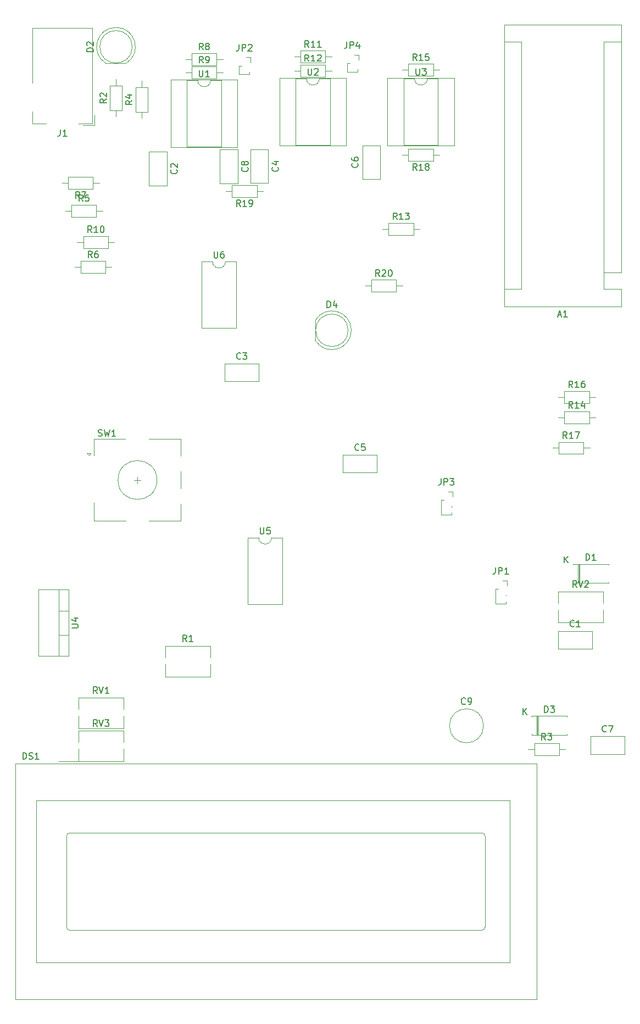
<source format=gbr>
%TF.GenerationSoftware,KiCad,Pcbnew,(5.1.12)-1*%
%TF.CreationDate,2021-12-20T08:39:49-03:00*%
%TF.ProjectId,Control,436f6e74-726f-46c2-9e6b-696361645f70,rev?*%
%TF.SameCoordinates,Original*%
%TF.FileFunction,Legend,Top*%
%TF.FilePolarity,Positive*%
%FSLAX46Y46*%
G04 Gerber Fmt 4.6, Leading zero omitted, Abs format (unit mm)*
G04 Created by KiCad (PCBNEW (5.1.12)-1) date 2021-12-20 08:39:49*
%MOMM*%
%LPD*%
G01*
G04 APERTURE LIST*
%ADD10C,0.120000*%
%ADD11C,0.150000*%
G04 APERTURE END LIST*
D10*
%TO.C,U6*%
X75548000Y-72965000D02*
X73898000Y-72965000D01*
X75548000Y-83245000D02*
X75548000Y-72965000D01*
X70248000Y-83245000D02*
X75548000Y-83245000D01*
X70248000Y-72965000D02*
X70248000Y-83245000D01*
X71898000Y-72965000D02*
X70248000Y-72965000D01*
X73898000Y-72965000D02*
G75*
G02*
X71898000Y-72965000I-1000000J0D01*
G01*
%TO.C,U5*%
X82660000Y-115510000D02*
X81010000Y-115510000D01*
X82660000Y-125790000D02*
X82660000Y-115510000D01*
X77360000Y-125790000D02*
X82660000Y-125790000D01*
X77360000Y-115510000D02*
X77360000Y-125790000D01*
X79010000Y-115510000D02*
X77360000Y-115510000D01*
X81010000Y-115510000D02*
G75*
G02*
X79010000Y-115510000I-1000000J0D01*
G01*
%TO.C,A1*%
X132207000Y-74676000D02*
X132207000Y-77216000D01*
X132207000Y-77216000D02*
X134877000Y-77216000D01*
X134877000Y-74676000D02*
X134877000Y-36446000D01*
X134877000Y-79886000D02*
X134877000Y-77216000D01*
X119507000Y-77216000D02*
X116837000Y-77216000D01*
X119507000Y-77216000D02*
X119507000Y-39116000D01*
X119507000Y-39116000D02*
X116837000Y-39116000D01*
X132207000Y-74676000D02*
X134877000Y-74676000D01*
X132207000Y-74676000D02*
X132207000Y-39116000D01*
X132207000Y-39116000D02*
X134877000Y-39116000D01*
X134877000Y-36446000D02*
X116837000Y-36446000D01*
X116837000Y-36446000D02*
X116837000Y-79886000D01*
X116837000Y-79886000D02*
X134877000Y-79886000D01*
%TO.C,C1*%
X130405001Y-129925001D02*
X130405001Y-132665001D01*
X125165001Y-129925001D02*
X125165001Y-132665001D01*
X125165001Y-132665001D02*
X130405001Y-132665001D01*
X125165001Y-129925001D02*
X130405001Y-129925001D01*
%TO.C,C2*%
X64870000Y-56034000D02*
X64870000Y-61274000D01*
X62130000Y-56034000D02*
X62130000Y-61274000D01*
X64870000Y-56034000D02*
X62130000Y-56034000D01*
X64870000Y-61274000D02*
X62130000Y-61274000D01*
%TO.C,C3*%
X73777001Y-88717001D02*
X79017001Y-88717001D01*
X73777001Y-91457001D02*
X79017001Y-91457001D01*
X73777001Y-88717001D02*
X73777001Y-91457001D01*
X79017001Y-88717001D02*
X79017001Y-91457001D01*
%TO.C,C4*%
X80491000Y-60893000D02*
X77751000Y-60893000D01*
X80491000Y-55653000D02*
X77751000Y-55653000D01*
X77751000Y-55653000D02*
X77751000Y-60893000D01*
X80491000Y-55653000D02*
X80491000Y-60893000D01*
%TO.C,C5*%
X92015000Y-102770000D02*
X97255000Y-102770000D01*
X92015000Y-105510000D02*
X97255000Y-105510000D01*
X92015000Y-102770000D02*
X92015000Y-105510000D01*
X97255000Y-102770000D02*
X97255000Y-105510000D01*
%TO.C,C6*%
X95023000Y-55058000D02*
X97763000Y-55058000D01*
X95023000Y-60298000D02*
X97763000Y-60298000D01*
X97763000Y-60298000D02*
X97763000Y-55058000D01*
X95023000Y-60298000D02*
X95023000Y-55058000D01*
%TO.C,C7*%
X130145001Y-146155001D02*
X135385001Y-146155001D01*
X130145001Y-148895001D02*
X135385001Y-148895001D01*
X130145001Y-146155001D02*
X130145001Y-148895001D01*
X135385001Y-146155001D02*
X135385001Y-148895001D01*
%TO.C,C8*%
X75792000Y-60933000D02*
X73052000Y-60933000D01*
X75792000Y-55693000D02*
X73052000Y-55693000D01*
X73052000Y-55693000D02*
X73052000Y-60933000D01*
X75792000Y-55693000D02*
X75792000Y-60933000D01*
%TO.C,C9*%
X113665001Y-144525001D02*
G75*
G03*
X113665001Y-144525001I-2620000J0D01*
G01*
%TO.C,D1*%
X127475001Y-119705001D02*
X127475001Y-119575001D01*
X127475001Y-119575001D02*
X132915001Y-119575001D01*
X132915001Y-119575001D02*
X132915001Y-119705001D01*
X127475001Y-122385001D02*
X127475001Y-122515001D01*
X127475001Y-122515001D02*
X132915001Y-122515001D01*
X132915001Y-122515001D02*
X132915001Y-122385001D01*
X128375001Y-119575001D02*
X128375001Y-122515001D01*
X128495001Y-119575001D02*
X128495001Y-122515001D01*
X128255001Y-119575001D02*
X128255001Y-122515001D01*
%TO.C,D2*%
X59523000Y-39878000D02*
G75*
G03*
X59523000Y-39878000I-2500000J0D01*
G01*
X55478000Y-42438000D02*
X58568000Y-42438000D01*
X57022538Y-36888000D02*
G75*
G02*
X58567830Y-42438000I462J-2990000D01*
G01*
X57023462Y-36888000D02*
G75*
G03*
X55478170Y-42438000I-462J-2990000D01*
G01*
%TO.C,D3*%
X121865001Y-143005001D02*
X121865001Y-145945001D01*
X122105001Y-143005001D02*
X122105001Y-145945001D01*
X121985001Y-143005001D02*
X121985001Y-145945001D01*
X126525001Y-145945001D02*
X126525001Y-145815001D01*
X121085001Y-145945001D02*
X126525001Y-145945001D01*
X121085001Y-145815001D02*
X121085001Y-145945001D01*
X126525001Y-143005001D02*
X126525001Y-143135001D01*
X121085001Y-143005001D02*
X126525001Y-143005001D01*
X121085001Y-143135001D02*
X121085001Y-143005001D01*
%TO.C,D4*%
X87737000Y-82021000D02*
X87737000Y-85111000D01*
X92797000Y-83566000D02*
G75*
G03*
X92797000Y-83566000I-2500000J0D01*
G01*
X93287000Y-83566462D02*
G75*
G03*
X87737000Y-82021170I-2990000J462D01*
G01*
X93287000Y-83565538D02*
G75*
G02*
X87737000Y-85110830I-2990000J-462D01*
G01*
%TO.C,DS1*%
X41555100Y-186662300D02*
X121835100Y-186662300D01*
X121835100Y-186662300D02*
X121835100Y-150382300D01*
X121835100Y-150382300D02*
X42355100Y-150382300D01*
X41555100Y-150382300D02*
X41555100Y-186662300D01*
X41565100Y-150382300D02*
X42355100Y-150382300D01*
X48195100Y-150022300D02*
X51195100Y-150022300D01*
X49895100Y-161022300D02*
X113395100Y-161022300D01*
X49395380Y-175521620D02*
X49395380Y-161522300D01*
X113395760Y-176022300D02*
X49895100Y-176022300D01*
X113895100Y-161522300D02*
X113895100Y-175522300D01*
X44695100Y-156022300D02*
X117695100Y-156022300D01*
X117695100Y-156022300D02*
X117695100Y-181022300D01*
X117695100Y-181022300D02*
X44695100Y-181022300D01*
X44695100Y-181022300D02*
X44695100Y-156022300D01*
X113895100Y-161522300D02*
G75*
G03*
X113395100Y-161022300I-500000J0D01*
G01*
X113395760Y-176022000D02*
G75*
G03*
X113896140Y-175521620I0J500380D01*
G01*
X49395380Y-175521620D02*
G75*
G03*
X49895760Y-176022000I500380J0D01*
G01*
X49895760Y-161020760D02*
G75*
G03*
X49395380Y-161521140I0J-500380D01*
G01*
%TO.C,J1*%
X44168000Y-45473000D02*
X44168000Y-36973000D01*
X44168000Y-36973000D02*
X53368000Y-36973000D01*
X53368000Y-36973000D02*
X53368000Y-51673000D01*
X46268000Y-51673000D02*
X44168000Y-51673000D01*
X44168000Y-51673000D02*
X44168000Y-49873000D01*
X51968000Y-51973000D02*
X53668000Y-51973000D01*
X53668000Y-51973000D02*
X53668000Y-50373000D01*
X53368000Y-51673000D02*
X51268000Y-51673000D01*
%TO.C,JP1*%
X115535001Y-123425001D02*
X115950001Y-123425001D01*
X115535001Y-123425001D02*
X115535001Y-125735001D01*
X115535001Y-125735001D02*
X117155001Y-125735001D01*
X117155001Y-124370899D02*
X117155001Y-124479103D01*
X117155001Y-125370899D02*
X117155001Y-125735001D01*
X117320001Y-122115001D02*
X117320001Y-122925001D01*
X116635001Y-122115001D02*
X117320001Y-122115001D01*
%TO.C,JP2*%
X77089000Y-41497000D02*
X77774000Y-41497000D01*
X77774000Y-41497000D02*
X77774000Y-42307000D01*
X77609000Y-43752898D02*
X77609000Y-44117000D01*
X75989000Y-44117000D02*
X77609000Y-44117000D01*
X75989000Y-42807000D02*
X75989000Y-44117000D01*
X75989000Y-42807000D02*
X76404000Y-42807000D01*
%TO.C,JP3*%
X108218001Y-108415001D02*
X108903001Y-108415001D01*
X108903001Y-108415001D02*
X108903001Y-109225001D01*
X108738001Y-111670899D02*
X108738001Y-112035001D01*
X108738001Y-110670899D02*
X108738001Y-110779103D01*
X107118001Y-112035001D02*
X108738001Y-112035001D01*
X107118001Y-109725001D02*
X107118001Y-112035001D01*
X107118001Y-109725001D02*
X107533001Y-109725001D01*
%TO.C,JP4*%
X92626000Y-42410000D02*
X93041000Y-42410000D01*
X92626000Y-42410000D02*
X92626000Y-43720000D01*
X92626000Y-43720000D02*
X94246000Y-43720000D01*
X94246000Y-43355898D02*
X94246000Y-43720000D01*
X94411000Y-41100000D02*
X94411000Y-41910000D01*
X93726000Y-41100000D02*
X94411000Y-41100000D01*
%TO.C,R1*%
X71547000Y-134989000D02*
X71547000Y-136953000D01*
X71547000Y-132213000D02*
X71547000Y-133999000D01*
X64597000Y-134989000D02*
X64597000Y-136953000D01*
X64597000Y-132213000D02*
X64597000Y-133999000D01*
X64597000Y-136953000D02*
X71547000Y-136953000D01*
X64597000Y-132213000D02*
X71547000Y-132213000D01*
%TO.C,R2*%
X57023000Y-44882000D02*
X57023000Y-45832000D01*
X57023000Y-50622000D02*
X57023000Y-49672000D01*
X56103000Y-45832000D02*
X56103000Y-49672000D01*
X57943000Y-45832000D02*
X56103000Y-45832000D01*
X57943000Y-49672000D02*
X57943000Y-45832000D01*
X56103000Y-49672000D02*
X57943000Y-49672000D01*
%TO.C,R3*%
X121485001Y-147255001D02*
X121485001Y-149095001D01*
X121485001Y-149095001D02*
X125325001Y-149095001D01*
X125325001Y-149095001D02*
X125325001Y-147255001D01*
X125325001Y-147255001D02*
X121485001Y-147255001D01*
X120535001Y-148175001D02*
X121485001Y-148175001D01*
X126275001Y-148175001D02*
X125325001Y-148175001D01*
%TO.C,R4*%
X60040000Y-49926000D02*
X61880000Y-49926000D01*
X61880000Y-49926000D02*
X61880000Y-46086000D01*
X61880000Y-46086000D02*
X60040000Y-46086000D01*
X60040000Y-46086000D02*
X60040000Y-49926000D01*
X60960000Y-50876000D02*
X60960000Y-49926000D01*
X60960000Y-45136000D02*
X60960000Y-46086000D01*
%TO.C,R5*%
X50150000Y-64231000D02*
X50150000Y-66071000D01*
X50150000Y-66071000D02*
X53990000Y-66071000D01*
X53990000Y-66071000D02*
X53990000Y-64231000D01*
X53990000Y-64231000D02*
X50150000Y-64231000D01*
X49200000Y-65151000D02*
X50150000Y-65151000D01*
X54940000Y-65151000D02*
X53990000Y-65151000D01*
%TO.C,R6*%
X51579001Y-72910001D02*
X51579001Y-74750001D01*
X51579001Y-74750001D02*
X55419001Y-74750001D01*
X55419001Y-74750001D02*
X55419001Y-72910001D01*
X55419001Y-72910001D02*
X51579001Y-72910001D01*
X50629001Y-73830001D02*
X51579001Y-73830001D01*
X56369001Y-73830001D02*
X55419001Y-73830001D01*
%TO.C,R7*%
X48692000Y-60833000D02*
X49642000Y-60833000D01*
X54432000Y-60833000D02*
X53482000Y-60833000D01*
X49642000Y-61753000D02*
X53482000Y-61753000D01*
X49642000Y-59913000D02*
X49642000Y-61753000D01*
X53482000Y-59913000D02*
X49642000Y-59913000D01*
X53482000Y-61753000D02*
X53482000Y-59913000D01*
%TO.C,R8*%
X73482000Y-41783000D02*
X72532000Y-41783000D01*
X67742000Y-41783000D02*
X68692000Y-41783000D01*
X72532000Y-40863000D02*
X68692000Y-40863000D01*
X72532000Y-42703000D02*
X72532000Y-40863000D01*
X68692000Y-42703000D02*
X72532000Y-42703000D01*
X68692000Y-40863000D02*
X68692000Y-42703000D01*
%TO.C,R9*%
X68692000Y-42895000D02*
X68692000Y-44735000D01*
X68692000Y-44735000D02*
X72532000Y-44735000D01*
X72532000Y-44735000D02*
X72532000Y-42895000D01*
X72532000Y-42895000D02*
X68692000Y-42895000D01*
X67742000Y-43815000D02*
X68692000Y-43815000D01*
X73482000Y-43815000D02*
X72532000Y-43815000D01*
%TO.C,R10*%
X56779001Y-69970001D02*
X55829001Y-69970001D01*
X51039001Y-69970001D02*
X51989001Y-69970001D01*
X55829001Y-69050001D02*
X51989001Y-69050001D01*
X55829001Y-70890001D02*
X55829001Y-69050001D01*
X51989001Y-70890001D02*
X55829001Y-70890001D01*
X51989001Y-69050001D02*
X51989001Y-70890001D01*
%TO.C,R11*%
X85456000Y-40482000D02*
X85456000Y-42322000D01*
X85456000Y-42322000D02*
X89296000Y-42322000D01*
X89296000Y-42322000D02*
X89296000Y-40482000D01*
X89296000Y-40482000D02*
X85456000Y-40482000D01*
X84506000Y-41402000D02*
X85456000Y-41402000D01*
X90246000Y-41402000D02*
X89296000Y-41402000D01*
%TO.C,R12*%
X90246000Y-43561000D02*
X89296000Y-43561000D01*
X84506000Y-43561000D02*
X85456000Y-43561000D01*
X89296000Y-42641000D02*
X85456000Y-42641000D01*
X89296000Y-44481000D02*
X89296000Y-42641000D01*
X85456000Y-44481000D02*
X89296000Y-44481000D01*
X85456000Y-42641000D02*
X85456000Y-44481000D01*
%TO.C,RV1*%
X51262000Y-140214000D02*
X58212000Y-140214000D01*
X51262000Y-144954000D02*
X58212000Y-144954000D01*
X51262000Y-140214000D02*
X51262000Y-142000000D01*
X51262000Y-142990000D02*
X51262000Y-144954000D01*
X58212000Y-140214000D02*
X58212000Y-142000000D01*
X58212000Y-142990000D02*
X58212000Y-144954000D01*
%TO.C,RV2*%
X125170001Y-123865001D02*
X132120001Y-123865001D01*
X125170001Y-128605001D02*
X132120001Y-128605001D01*
X125170001Y-123865001D02*
X125170001Y-125651001D01*
X125170001Y-126641001D02*
X125170001Y-128605001D01*
X132120001Y-123865001D02*
X132120001Y-125651001D01*
X132120001Y-126641001D02*
X132120001Y-128605001D01*
%TO.C,SW1*%
X59832000Y-106640000D02*
X60832000Y-106640000D01*
X60332000Y-106140000D02*
X60332000Y-107140000D01*
X67032000Y-110340000D02*
X67032000Y-112940000D01*
X67032000Y-105340000D02*
X67032000Y-107940000D01*
X67032000Y-100340000D02*
X67032000Y-102940000D01*
X53132000Y-102540000D02*
X52832000Y-102840000D01*
X52532000Y-102540000D02*
X53132000Y-102540000D01*
X52832000Y-102840000D02*
X52532000Y-102540000D01*
X53632000Y-100340000D02*
X53632000Y-102840000D01*
X58432000Y-100340000D02*
X53632000Y-100340000D01*
X53632000Y-112940000D02*
X53632000Y-110140000D01*
X58532000Y-112940000D02*
X53632000Y-112940000D01*
X67032000Y-112940000D02*
X62132000Y-112940000D01*
X62132000Y-100340000D02*
X67032000Y-100340000D01*
X63332000Y-106640000D02*
G75*
G03*
X63332000Y-106640000I-3000000J0D01*
G01*
%TO.C,U1*%
X75752000Y-44965000D02*
X65472000Y-44965000D01*
X75752000Y-55365000D02*
X75752000Y-44965000D01*
X65472000Y-55365000D02*
X75752000Y-55365000D01*
X65472000Y-44965000D02*
X65472000Y-55365000D01*
X73262000Y-45025000D02*
X71612000Y-45025000D01*
X73262000Y-55305000D02*
X73262000Y-45025000D01*
X67962000Y-55305000D02*
X73262000Y-55305000D01*
X67962000Y-45025000D02*
X67962000Y-55305000D01*
X69612000Y-45025000D02*
X67962000Y-45025000D01*
X71612000Y-45025000D02*
G75*
G02*
X69612000Y-45025000I-1000000J0D01*
G01*
%TO.C,U2*%
X86376000Y-44771000D02*
X84726000Y-44771000D01*
X84726000Y-44771000D02*
X84726000Y-55051000D01*
X84726000Y-55051000D02*
X90026000Y-55051000D01*
X90026000Y-55051000D02*
X90026000Y-44771000D01*
X90026000Y-44771000D02*
X88376000Y-44771000D01*
X82236000Y-44711000D02*
X82236000Y-55111000D01*
X82236000Y-55111000D02*
X92516000Y-55111000D01*
X92516000Y-55111000D02*
X92516000Y-44711000D01*
X92516000Y-44711000D02*
X82236000Y-44711000D01*
X88376000Y-44771000D02*
G75*
G02*
X86376000Y-44771000I-1000000J0D01*
G01*
%TO.C,U3*%
X103013000Y-44771000D02*
X101363000Y-44771000D01*
X101363000Y-44771000D02*
X101363000Y-55051000D01*
X101363000Y-55051000D02*
X106663000Y-55051000D01*
X106663000Y-55051000D02*
X106663000Y-44771000D01*
X106663000Y-44771000D02*
X105013000Y-44771000D01*
X98873000Y-44711000D02*
X98873000Y-55111000D01*
X98873000Y-55111000D02*
X109153000Y-55111000D01*
X109153000Y-55111000D02*
X109153000Y-44711000D01*
X109153000Y-44711000D02*
X98873000Y-44711000D01*
X105013000Y-44771000D02*
G75*
G02*
X103013000Y-44771000I-1000000J0D01*
G01*
%TO.C,RV3*%
X51262000Y-145294000D02*
X58212000Y-145294000D01*
X51262000Y-150034000D02*
X58212000Y-150034000D01*
X51262000Y-145294000D02*
X51262000Y-147080000D01*
X51262000Y-148070000D02*
X51262000Y-150034000D01*
X58212000Y-145294000D02*
X58212000Y-147080000D01*
X58212000Y-148070000D02*
X58212000Y-150034000D01*
%TO.C,U4*%
X49752000Y-123531000D02*
X49752000Y-133771000D01*
X45111000Y-123531000D02*
X45111000Y-133771000D01*
X49752000Y-123531000D02*
X45111000Y-123531000D01*
X49752000Y-133771000D02*
X45111000Y-133771000D01*
X48242000Y-123531000D02*
X48242000Y-133771000D01*
X49752000Y-126801000D02*
X48242000Y-126801000D01*
X49752000Y-130502000D02*
X48242000Y-130502000D01*
%TO.C,R13*%
X99045000Y-67025000D02*
X99045000Y-68865000D01*
X99045000Y-68865000D02*
X102885000Y-68865000D01*
X102885000Y-68865000D02*
X102885000Y-67025000D01*
X102885000Y-67025000D02*
X99045000Y-67025000D01*
X98095000Y-67945000D02*
X99045000Y-67945000D01*
X103835000Y-67945000D02*
X102885000Y-67945000D01*
%TO.C,R14*%
X130918001Y-96999001D02*
X129968001Y-96999001D01*
X125178001Y-96999001D02*
X126128001Y-96999001D01*
X129968001Y-96079001D02*
X126128001Y-96079001D01*
X129968001Y-97919001D02*
X129968001Y-96079001D01*
X126128001Y-97919001D02*
X129968001Y-97919001D01*
X126128001Y-96079001D02*
X126128001Y-97919001D01*
%TO.C,R15*%
X102093000Y-42514000D02*
X102093000Y-44354000D01*
X102093000Y-44354000D02*
X105933000Y-44354000D01*
X105933000Y-44354000D02*
X105933000Y-42514000D01*
X105933000Y-42514000D02*
X102093000Y-42514000D01*
X101143000Y-43434000D02*
X102093000Y-43434000D01*
X106883000Y-43434000D02*
X105933000Y-43434000D01*
%TO.C,R16*%
X130918001Y-93849001D02*
X129968001Y-93849001D01*
X125178001Y-93849001D02*
X126128001Y-93849001D01*
X129968001Y-92929001D02*
X126128001Y-92929001D01*
X129968001Y-94769001D02*
X129968001Y-92929001D01*
X126128001Y-94769001D02*
X129968001Y-94769001D01*
X126128001Y-92929001D02*
X126128001Y-94769001D01*
%TO.C,R17*%
X130038001Y-101699001D02*
X129088001Y-101699001D01*
X124298001Y-101699001D02*
X125248001Y-101699001D01*
X129088001Y-100779001D02*
X125248001Y-100779001D01*
X129088001Y-102619001D02*
X129088001Y-100779001D01*
X125248001Y-102619001D02*
X129088001Y-102619001D01*
X125248001Y-100779001D02*
X125248001Y-102619001D01*
%TO.C,R18*%
X105933000Y-57435000D02*
X105933000Y-55595000D01*
X105933000Y-55595000D02*
X102093000Y-55595000D01*
X102093000Y-55595000D02*
X102093000Y-57435000D01*
X102093000Y-57435000D02*
X105933000Y-57435000D01*
X106883000Y-56515000D02*
X105933000Y-56515000D01*
X101143000Y-56515000D02*
X102093000Y-56515000D01*
%TO.C,R19*%
X73965000Y-62103000D02*
X74915000Y-62103000D01*
X79705000Y-62103000D02*
X78755000Y-62103000D01*
X74915000Y-63023000D02*
X78755000Y-63023000D01*
X74915000Y-61183000D02*
X74915000Y-63023000D01*
X78755000Y-61183000D02*
X74915000Y-61183000D01*
X78755000Y-63023000D02*
X78755000Y-61183000D01*
%TO.C,R20*%
X96378000Y-75788000D02*
X96378000Y-77628000D01*
X96378000Y-77628000D02*
X100218000Y-77628000D01*
X100218000Y-77628000D02*
X100218000Y-75788000D01*
X100218000Y-75788000D02*
X96378000Y-75788000D01*
X95428000Y-76708000D02*
X96378000Y-76708000D01*
X101168000Y-76708000D02*
X100218000Y-76708000D01*
%TO.C,U6*%
D11*
X72136095Y-71417380D02*
X72136095Y-72226904D01*
X72183714Y-72322142D01*
X72231333Y-72369761D01*
X72326571Y-72417380D01*
X72517047Y-72417380D01*
X72612285Y-72369761D01*
X72659904Y-72322142D01*
X72707523Y-72226904D01*
X72707523Y-71417380D01*
X73612285Y-71417380D02*
X73421809Y-71417380D01*
X73326571Y-71465000D01*
X73278952Y-71512619D01*
X73183714Y-71655476D01*
X73136095Y-71845952D01*
X73136095Y-72226904D01*
X73183714Y-72322142D01*
X73231333Y-72369761D01*
X73326571Y-72417380D01*
X73517047Y-72417380D01*
X73612285Y-72369761D01*
X73659904Y-72322142D01*
X73707523Y-72226904D01*
X73707523Y-71988809D01*
X73659904Y-71893571D01*
X73612285Y-71845952D01*
X73517047Y-71798333D01*
X73326571Y-71798333D01*
X73231333Y-71845952D01*
X73183714Y-71893571D01*
X73136095Y-71988809D01*
%TO.C,U5*%
X79248095Y-113962380D02*
X79248095Y-114771904D01*
X79295714Y-114867142D01*
X79343333Y-114914761D01*
X79438571Y-114962380D01*
X79629047Y-114962380D01*
X79724285Y-114914761D01*
X79771904Y-114867142D01*
X79819523Y-114771904D01*
X79819523Y-113962380D01*
X80771904Y-113962380D02*
X80295714Y-113962380D01*
X80248095Y-114438571D01*
X80295714Y-114390952D01*
X80390952Y-114343333D01*
X80629047Y-114343333D01*
X80724285Y-114390952D01*
X80771904Y-114438571D01*
X80819523Y-114533809D01*
X80819523Y-114771904D01*
X80771904Y-114867142D01*
X80724285Y-114914761D01*
X80629047Y-114962380D01*
X80390952Y-114962380D01*
X80295714Y-114914761D01*
X80248095Y-114867142D01*
%TO.C,A1*%
X125142714Y-81192666D02*
X125618904Y-81192666D01*
X125047476Y-81478380D02*
X125380809Y-80478380D01*
X125714142Y-81478380D01*
X126571285Y-81478380D02*
X125999857Y-81478380D01*
X126285571Y-81478380D02*
X126285571Y-80478380D01*
X126190333Y-80621238D01*
X126095095Y-80716476D01*
X125999857Y-80764095D01*
%TO.C,C1*%
X127618334Y-129152143D02*
X127570715Y-129199762D01*
X127427858Y-129247381D01*
X127332620Y-129247381D01*
X127189762Y-129199762D01*
X127094524Y-129104524D01*
X127046905Y-129009286D01*
X126999286Y-128818810D01*
X126999286Y-128675953D01*
X127046905Y-128485477D01*
X127094524Y-128390239D01*
X127189762Y-128295001D01*
X127332620Y-128247381D01*
X127427858Y-128247381D01*
X127570715Y-128295001D01*
X127618334Y-128342620D01*
X128570715Y-129247381D02*
X127999286Y-129247381D01*
X128285001Y-129247381D02*
X128285001Y-128247381D01*
X128189762Y-128390239D01*
X128094524Y-128485477D01*
X127999286Y-128533096D01*
%TO.C,C2*%
X66357142Y-58820666D02*
X66404761Y-58868285D01*
X66452380Y-59011142D01*
X66452380Y-59106380D01*
X66404761Y-59249238D01*
X66309523Y-59344476D01*
X66214285Y-59392095D01*
X66023809Y-59439714D01*
X65880952Y-59439714D01*
X65690476Y-59392095D01*
X65595238Y-59344476D01*
X65500000Y-59249238D01*
X65452380Y-59106380D01*
X65452380Y-59011142D01*
X65500000Y-58868285D01*
X65547619Y-58820666D01*
X65547619Y-58439714D02*
X65500000Y-58392095D01*
X65452380Y-58296857D01*
X65452380Y-58058761D01*
X65500000Y-57963523D01*
X65547619Y-57915904D01*
X65642857Y-57868285D01*
X65738095Y-57868285D01*
X65880952Y-57915904D01*
X66452380Y-58487333D01*
X66452380Y-57868285D01*
%TO.C,C3*%
X76230334Y-87944143D02*
X76182715Y-87991762D01*
X76039858Y-88039381D01*
X75944620Y-88039381D01*
X75801762Y-87991762D01*
X75706524Y-87896524D01*
X75658905Y-87801286D01*
X75611286Y-87610810D01*
X75611286Y-87467953D01*
X75658905Y-87277477D01*
X75706524Y-87182239D01*
X75801762Y-87087001D01*
X75944620Y-87039381D01*
X76039858Y-87039381D01*
X76182715Y-87087001D01*
X76230334Y-87134620D01*
X76563667Y-87039381D02*
X77182715Y-87039381D01*
X76849381Y-87420334D01*
X76992239Y-87420334D01*
X77087477Y-87467953D01*
X77135096Y-87515572D01*
X77182715Y-87610810D01*
X77182715Y-87848905D01*
X77135096Y-87944143D01*
X77087477Y-87991762D01*
X76992239Y-88039381D01*
X76706524Y-88039381D01*
X76611286Y-87991762D01*
X76563667Y-87944143D01*
%TO.C,C4*%
X81978142Y-58439666D02*
X82025761Y-58487285D01*
X82073380Y-58630142D01*
X82073380Y-58725380D01*
X82025761Y-58868238D01*
X81930523Y-58963476D01*
X81835285Y-59011095D01*
X81644809Y-59058714D01*
X81501952Y-59058714D01*
X81311476Y-59011095D01*
X81216238Y-58963476D01*
X81121000Y-58868238D01*
X81073380Y-58725380D01*
X81073380Y-58630142D01*
X81121000Y-58487285D01*
X81168619Y-58439666D01*
X81406714Y-57582523D02*
X82073380Y-57582523D01*
X81025761Y-57820619D02*
X81740047Y-58058714D01*
X81740047Y-57439666D01*
%TO.C,C5*%
X94468333Y-101997142D02*
X94420714Y-102044761D01*
X94277857Y-102092380D01*
X94182619Y-102092380D01*
X94039761Y-102044761D01*
X93944523Y-101949523D01*
X93896904Y-101854285D01*
X93849285Y-101663809D01*
X93849285Y-101520952D01*
X93896904Y-101330476D01*
X93944523Y-101235238D01*
X94039761Y-101140000D01*
X94182619Y-101092380D01*
X94277857Y-101092380D01*
X94420714Y-101140000D01*
X94468333Y-101187619D01*
X95373095Y-101092380D02*
X94896904Y-101092380D01*
X94849285Y-101568571D01*
X94896904Y-101520952D01*
X94992142Y-101473333D01*
X95230238Y-101473333D01*
X95325476Y-101520952D01*
X95373095Y-101568571D01*
X95420714Y-101663809D01*
X95420714Y-101901904D01*
X95373095Y-101997142D01*
X95325476Y-102044761D01*
X95230238Y-102092380D01*
X94992142Y-102092380D01*
X94896904Y-102044761D01*
X94849285Y-101997142D01*
%TO.C,C6*%
X94250142Y-57844666D02*
X94297761Y-57892285D01*
X94345380Y-58035142D01*
X94345380Y-58130380D01*
X94297761Y-58273238D01*
X94202523Y-58368476D01*
X94107285Y-58416095D01*
X93916809Y-58463714D01*
X93773952Y-58463714D01*
X93583476Y-58416095D01*
X93488238Y-58368476D01*
X93393000Y-58273238D01*
X93345380Y-58130380D01*
X93345380Y-58035142D01*
X93393000Y-57892285D01*
X93440619Y-57844666D01*
X93345380Y-56987523D02*
X93345380Y-57178000D01*
X93393000Y-57273238D01*
X93440619Y-57320857D01*
X93583476Y-57416095D01*
X93773952Y-57463714D01*
X94154904Y-57463714D01*
X94250142Y-57416095D01*
X94297761Y-57368476D01*
X94345380Y-57273238D01*
X94345380Y-57082761D01*
X94297761Y-56987523D01*
X94250142Y-56939904D01*
X94154904Y-56892285D01*
X93916809Y-56892285D01*
X93821571Y-56939904D01*
X93773952Y-56987523D01*
X93726333Y-57082761D01*
X93726333Y-57273238D01*
X93773952Y-57368476D01*
X93821571Y-57416095D01*
X93916809Y-57463714D01*
%TO.C,C7*%
X132598334Y-145382143D02*
X132550715Y-145429762D01*
X132407858Y-145477381D01*
X132312620Y-145477381D01*
X132169762Y-145429762D01*
X132074524Y-145334524D01*
X132026905Y-145239286D01*
X131979286Y-145048810D01*
X131979286Y-144905953D01*
X132026905Y-144715477D01*
X132074524Y-144620239D01*
X132169762Y-144525001D01*
X132312620Y-144477381D01*
X132407858Y-144477381D01*
X132550715Y-144525001D01*
X132598334Y-144572620D01*
X132931667Y-144477381D02*
X133598334Y-144477381D01*
X133169762Y-145477381D01*
%TO.C,C8*%
X77279142Y-58479666D02*
X77326761Y-58527285D01*
X77374380Y-58670142D01*
X77374380Y-58765380D01*
X77326761Y-58908238D01*
X77231523Y-59003476D01*
X77136285Y-59051095D01*
X76945809Y-59098714D01*
X76802952Y-59098714D01*
X76612476Y-59051095D01*
X76517238Y-59003476D01*
X76422000Y-58908238D01*
X76374380Y-58765380D01*
X76374380Y-58670142D01*
X76422000Y-58527285D01*
X76469619Y-58479666D01*
X76802952Y-57908238D02*
X76755333Y-58003476D01*
X76707714Y-58051095D01*
X76612476Y-58098714D01*
X76564857Y-58098714D01*
X76469619Y-58051095D01*
X76422000Y-58003476D01*
X76374380Y-57908238D01*
X76374380Y-57717761D01*
X76422000Y-57622523D01*
X76469619Y-57574904D01*
X76564857Y-57527285D01*
X76612476Y-57527285D01*
X76707714Y-57574904D01*
X76755333Y-57622523D01*
X76802952Y-57717761D01*
X76802952Y-57908238D01*
X76850571Y-58003476D01*
X76898190Y-58051095D01*
X76993428Y-58098714D01*
X77183904Y-58098714D01*
X77279142Y-58051095D01*
X77326761Y-58003476D01*
X77374380Y-57908238D01*
X77374380Y-57717761D01*
X77326761Y-57622523D01*
X77279142Y-57574904D01*
X77183904Y-57527285D01*
X76993428Y-57527285D01*
X76898190Y-57574904D01*
X76850571Y-57622523D01*
X76802952Y-57717761D01*
%TO.C,C9*%
X110878334Y-141132143D02*
X110830715Y-141179762D01*
X110687858Y-141227381D01*
X110592620Y-141227381D01*
X110449762Y-141179762D01*
X110354524Y-141084524D01*
X110306905Y-140989286D01*
X110259286Y-140798810D01*
X110259286Y-140655953D01*
X110306905Y-140465477D01*
X110354524Y-140370239D01*
X110449762Y-140275001D01*
X110592620Y-140227381D01*
X110687858Y-140227381D01*
X110830715Y-140275001D01*
X110878334Y-140322620D01*
X111354524Y-141227381D02*
X111545001Y-141227381D01*
X111640239Y-141179762D01*
X111687858Y-141132143D01*
X111783096Y-140989286D01*
X111830715Y-140798810D01*
X111830715Y-140417858D01*
X111783096Y-140322620D01*
X111735477Y-140275001D01*
X111640239Y-140227381D01*
X111449762Y-140227381D01*
X111354524Y-140275001D01*
X111306905Y-140322620D01*
X111259286Y-140417858D01*
X111259286Y-140655953D01*
X111306905Y-140751191D01*
X111354524Y-140798810D01*
X111449762Y-140846429D01*
X111640239Y-140846429D01*
X111735477Y-140798810D01*
X111783096Y-140751191D01*
X111830715Y-140655953D01*
%TO.C,D1*%
X129456905Y-119027381D02*
X129456905Y-118027381D01*
X129695001Y-118027381D01*
X129837858Y-118075001D01*
X129933096Y-118170239D01*
X129980715Y-118265477D01*
X130028334Y-118455953D01*
X130028334Y-118598810D01*
X129980715Y-118789286D01*
X129933096Y-118884524D01*
X129837858Y-118979762D01*
X129695001Y-119027381D01*
X129456905Y-119027381D01*
X130980715Y-119027381D02*
X130409286Y-119027381D01*
X130695001Y-119027381D02*
X130695001Y-118027381D01*
X130599762Y-118170239D01*
X130504524Y-118265477D01*
X130409286Y-118313096D01*
X126123096Y-119397381D02*
X126123096Y-118397381D01*
X126694524Y-119397381D02*
X126265953Y-118825953D01*
X126694524Y-118397381D02*
X126123096Y-118968810D01*
%TO.C,D2*%
X53515380Y-40616095D02*
X52515380Y-40616095D01*
X52515380Y-40378000D01*
X52563000Y-40235142D01*
X52658238Y-40139904D01*
X52753476Y-40092285D01*
X52943952Y-40044666D01*
X53086809Y-40044666D01*
X53277285Y-40092285D01*
X53372523Y-40139904D01*
X53467761Y-40235142D01*
X53515380Y-40378000D01*
X53515380Y-40616095D01*
X52610619Y-39663714D02*
X52563000Y-39616095D01*
X52515380Y-39520857D01*
X52515380Y-39282761D01*
X52563000Y-39187523D01*
X52610619Y-39139904D01*
X52705857Y-39092285D01*
X52801095Y-39092285D01*
X52943952Y-39139904D01*
X53515380Y-39711333D01*
X53515380Y-39092285D01*
%TO.C,D3*%
X123066905Y-142457381D02*
X123066905Y-141457381D01*
X123305001Y-141457381D01*
X123447858Y-141505001D01*
X123543096Y-141600239D01*
X123590715Y-141695477D01*
X123638334Y-141885953D01*
X123638334Y-142028810D01*
X123590715Y-142219286D01*
X123543096Y-142314524D01*
X123447858Y-142409762D01*
X123305001Y-142457381D01*
X123066905Y-142457381D01*
X123971667Y-141457381D02*
X124590715Y-141457381D01*
X124257381Y-141838334D01*
X124400239Y-141838334D01*
X124495477Y-141885953D01*
X124543096Y-141933572D01*
X124590715Y-142028810D01*
X124590715Y-142266905D01*
X124543096Y-142362143D01*
X124495477Y-142409762D01*
X124400239Y-142457381D01*
X124114524Y-142457381D01*
X124019286Y-142409762D01*
X123971667Y-142362143D01*
X119733096Y-142827381D02*
X119733096Y-141827381D01*
X120304524Y-142827381D02*
X119875953Y-142255953D01*
X120304524Y-141827381D02*
X119733096Y-142398810D01*
%TO.C,D4*%
X89558904Y-80058380D02*
X89558904Y-79058380D01*
X89797000Y-79058380D01*
X89939857Y-79106000D01*
X90035095Y-79201238D01*
X90082714Y-79296476D01*
X90130333Y-79486952D01*
X90130333Y-79629809D01*
X90082714Y-79820285D01*
X90035095Y-79915523D01*
X89939857Y-80010761D01*
X89797000Y-80058380D01*
X89558904Y-80058380D01*
X90987476Y-79391714D02*
X90987476Y-80058380D01*
X90749380Y-79010761D02*
X90511285Y-79725047D01*
X91130333Y-79725047D01*
%TO.C,DS1*%
X42660814Y-149664680D02*
X42660814Y-148664680D01*
X42898909Y-148664680D01*
X43041766Y-148712300D01*
X43137004Y-148807538D01*
X43184623Y-148902776D01*
X43232242Y-149093252D01*
X43232242Y-149236109D01*
X43184623Y-149426585D01*
X43137004Y-149521823D01*
X43041766Y-149617061D01*
X42898909Y-149664680D01*
X42660814Y-149664680D01*
X43613195Y-149617061D02*
X43756052Y-149664680D01*
X43994147Y-149664680D01*
X44089385Y-149617061D01*
X44137004Y-149569442D01*
X44184623Y-149474204D01*
X44184623Y-149378966D01*
X44137004Y-149283728D01*
X44089385Y-149236109D01*
X43994147Y-149188490D01*
X43803671Y-149140871D01*
X43708433Y-149093252D01*
X43660814Y-149045633D01*
X43613195Y-148950395D01*
X43613195Y-148855157D01*
X43660814Y-148759919D01*
X43708433Y-148712300D01*
X43803671Y-148664680D01*
X44041766Y-148664680D01*
X44184623Y-148712300D01*
X45137004Y-149664680D02*
X44565576Y-149664680D01*
X44851290Y-149664680D02*
X44851290Y-148664680D01*
X44756052Y-148807538D01*
X44660814Y-148902776D01*
X44565576Y-148950395D01*
%TO.C,J1*%
X48434666Y-52625380D02*
X48434666Y-53339666D01*
X48387047Y-53482523D01*
X48291809Y-53577761D01*
X48148952Y-53625380D01*
X48053714Y-53625380D01*
X49434666Y-53625380D02*
X48863238Y-53625380D01*
X49148952Y-53625380D02*
X49148952Y-52625380D01*
X49053714Y-52768238D01*
X48958476Y-52863476D01*
X48863238Y-52911095D01*
%TO.C,JP1*%
X115511667Y-120127381D02*
X115511667Y-120841667D01*
X115464048Y-120984524D01*
X115368810Y-121079762D01*
X115225953Y-121127381D01*
X115130715Y-121127381D01*
X115987858Y-121127381D02*
X115987858Y-120127381D01*
X116368810Y-120127381D01*
X116464048Y-120175001D01*
X116511667Y-120222620D01*
X116559286Y-120317858D01*
X116559286Y-120460715D01*
X116511667Y-120555953D01*
X116464048Y-120603572D01*
X116368810Y-120651191D01*
X115987858Y-120651191D01*
X117511667Y-121127381D02*
X116940239Y-121127381D01*
X117225953Y-121127381D02*
X117225953Y-120127381D01*
X117130715Y-120270239D01*
X117035477Y-120365477D01*
X116940239Y-120413096D01*
%TO.C,JP2*%
X75965666Y-39509380D02*
X75965666Y-40223666D01*
X75918047Y-40366523D01*
X75822809Y-40461761D01*
X75679952Y-40509380D01*
X75584714Y-40509380D01*
X76441857Y-40509380D02*
X76441857Y-39509380D01*
X76822809Y-39509380D01*
X76918047Y-39557000D01*
X76965666Y-39604619D01*
X77013285Y-39699857D01*
X77013285Y-39842714D01*
X76965666Y-39937952D01*
X76918047Y-39985571D01*
X76822809Y-40033190D01*
X76441857Y-40033190D01*
X77394238Y-39604619D02*
X77441857Y-39557000D01*
X77537095Y-39509380D01*
X77775190Y-39509380D01*
X77870428Y-39557000D01*
X77918047Y-39604619D01*
X77965666Y-39699857D01*
X77965666Y-39795095D01*
X77918047Y-39937952D01*
X77346619Y-40509380D01*
X77965666Y-40509380D01*
%TO.C,JP3*%
X107094667Y-106427381D02*
X107094667Y-107141667D01*
X107047048Y-107284524D01*
X106951810Y-107379762D01*
X106808953Y-107427381D01*
X106713715Y-107427381D01*
X107570858Y-107427381D02*
X107570858Y-106427381D01*
X107951810Y-106427381D01*
X108047048Y-106475001D01*
X108094667Y-106522620D01*
X108142286Y-106617858D01*
X108142286Y-106760715D01*
X108094667Y-106855953D01*
X108047048Y-106903572D01*
X107951810Y-106951191D01*
X107570858Y-106951191D01*
X108475620Y-106427381D02*
X109094667Y-106427381D01*
X108761334Y-106808334D01*
X108904191Y-106808334D01*
X108999429Y-106855953D01*
X109047048Y-106903572D01*
X109094667Y-106998810D01*
X109094667Y-107236905D01*
X109047048Y-107332143D01*
X108999429Y-107379762D01*
X108904191Y-107427381D01*
X108618477Y-107427381D01*
X108523239Y-107379762D01*
X108475620Y-107332143D01*
%TO.C,JP4*%
X92602666Y-39112380D02*
X92602666Y-39826666D01*
X92555047Y-39969523D01*
X92459809Y-40064761D01*
X92316952Y-40112380D01*
X92221714Y-40112380D01*
X93078857Y-40112380D02*
X93078857Y-39112380D01*
X93459809Y-39112380D01*
X93555047Y-39160000D01*
X93602666Y-39207619D01*
X93650285Y-39302857D01*
X93650285Y-39445714D01*
X93602666Y-39540952D01*
X93555047Y-39588571D01*
X93459809Y-39636190D01*
X93078857Y-39636190D01*
X94507428Y-39445714D02*
X94507428Y-40112380D01*
X94269333Y-39064761D02*
X94031238Y-39779047D01*
X94650285Y-39779047D01*
%TO.C,R1*%
X67905333Y-131535380D02*
X67572000Y-131059190D01*
X67333904Y-131535380D02*
X67333904Y-130535380D01*
X67714857Y-130535380D01*
X67810095Y-130583000D01*
X67857714Y-130630619D01*
X67905333Y-130725857D01*
X67905333Y-130868714D01*
X67857714Y-130963952D01*
X67810095Y-131011571D01*
X67714857Y-131059190D01*
X67333904Y-131059190D01*
X68857714Y-131535380D02*
X68286285Y-131535380D01*
X68572000Y-131535380D02*
X68572000Y-130535380D01*
X68476761Y-130678238D01*
X68381523Y-130773476D01*
X68286285Y-130821095D01*
%TO.C,R2*%
X55555380Y-47918666D02*
X55079190Y-48252000D01*
X55555380Y-48490095D02*
X54555380Y-48490095D01*
X54555380Y-48109142D01*
X54603000Y-48013904D01*
X54650619Y-47966285D01*
X54745857Y-47918666D01*
X54888714Y-47918666D01*
X54983952Y-47966285D01*
X55031571Y-48013904D01*
X55079190Y-48109142D01*
X55079190Y-48490095D01*
X54650619Y-47537714D02*
X54603000Y-47490095D01*
X54555380Y-47394857D01*
X54555380Y-47156761D01*
X54603000Y-47061523D01*
X54650619Y-47013904D01*
X54745857Y-46966285D01*
X54841095Y-46966285D01*
X54983952Y-47013904D01*
X55555380Y-47585333D01*
X55555380Y-46966285D01*
%TO.C,R3*%
X123238334Y-146707381D02*
X122905001Y-146231191D01*
X122666905Y-146707381D02*
X122666905Y-145707381D01*
X123047858Y-145707381D01*
X123143096Y-145755001D01*
X123190715Y-145802620D01*
X123238334Y-145897858D01*
X123238334Y-146040715D01*
X123190715Y-146135953D01*
X123143096Y-146183572D01*
X123047858Y-146231191D01*
X122666905Y-146231191D01*
X123571667Y-145707381D02*
X124190715Y-145707381D01*
X123857381Y-146088334D01*
X124000239Y-146088334D01*
X124095477Y-146135953D01*
X124143096Y-146183572D01*
X124190715Y-146278810D01*
X124190715Y-146516905D01*
X124143096Y-146612143D01*
X124095477Y-146659762D01*
X124000239Y-146707381D01*
X123714524Y-146707381D01*
X123619286Y-146659762D01*
X123571667Y-146612143D01*
%TO.C,R4*%
X59492380Y-48172666D02*
X59016190Y-48506000D01*
X59492380Y-48744095D02*
X58492380Y-48744095D01*
X58492380Y-48363142D01*
X58540000Y-48267904D01*
X58587619Y-48220285D01*
X58682857Y-48172666D01*
X58825714Y-48172666D01*
X58920952Y-48220285D01*
X58968571Y-48267904D01*
X59016190Y-48363142D01*
X59016190Y-48744095D01*
X58825714Y-47315523D02*
X59492380Y-47315523D01*
X58444761Y-47553619D02*
X59159047Y-47791714D01*
X59159047Y-47172666D01*
%TO.C,R5*%
X51903333Y-63683380D02*
X51570000Y-63207190D01*
X51331904Y-63683380D02*
X51331904Y-62683380D01*
X51712857Y-62683380D01*
X51808095Y-62731000D01*
X51855714Y-62778619D01*
X51903333Y-62873857D01*
X51903333Y-63016714D01*
X51855714Y-63111952D01*
X51808095Y-63159571D01*
X51712857Y-63207190D01*
X51331904Y-63207190D01*
X52808095Y-62683380D02*
X52331904Y-62683380D01*
X52284285Y-63159571D01*
X52331904Y-63111952D01*
X52427142Y-63064333D01*
X52665238Y-63064333D01*
X52760476Y-63111952D01*
X52808095Y-63159571D01*
X52855714Y-63254809D01*
X52855714Y-63492904D01*
X52808095Y-63588142D01*
X52760476Y-63635761D01*
X52665238Y-63683380D01*
X52427142Y-63683380D01*
X52331904Y-63635761D01*
X52284285Y-63588142D01*
%TO.C,R6*%
X53332334Y-72362381D02*
X52999001Y-71886191D01*
X52760905Y-72362381D02*
X52760905Y-71362381D01*
X53141858Y-71362381D01*
X53237096Y-71410001D01*
X53284715Y-71457620D01*
X53332334Y-71552858D01*
X53332334Y-71695715D01*
X53284715Y-71790953D01*
X53237096Y-71838572D01*
X53141858Y-71886191D01*
X52760905Y-71886191D01*
X54189477Y-71362381D02*
X53999001Y-71362381D01*
X53903762Y-71410001D01*
X53856143Y-71457620D01*
X53760905Y-71600477D01*
X53713286Y-71790953D01*
X53713286Y-72171905D01*
X53760905Y-72267143D01*
X53808524Y-72314762D01*
X53903762Y-72362381D01*
X54094239Y-72362381D01*
X54189477Y-72314762D01*
X54237096Y-72267143D01*
X54284715Y-72171905D01*
X54284715Y-71933810D01*
X54237096Y-71838572D01*
X54189477Y-71790953D01*
X54094239Y-71743334D01*
X53903762Y-71743334D01*
X53808524Y-71790953D01*
X53760905Y-71838572D01*
X53713286Y-71933810D01*
%TO.C,R7*%
X51395333Y-63205380D02*
X51062000Y-62729190D01*
X50823904Y-63205380D02*
X50823904Y-62205380D01*
X51204857Y-62205380D01*
X51300095Y-62253000D01*
X51347714Y-62300619D01*
X51395333Y-62395857D01*
X51395333Y-62538714D01*
X51347714Y-62633952D01*
X51300095Y-62681571D01*
X51204857Y-62729190D01*
X50823904Y-62729190D01*
X51728666Y-62205380D02*
X52395333Y-62205380D01*
X51966761Y-63205380D01*
%TO.C,R8*%
X70445333Y-40315380D02*
X70112000Y-39839190D01*
X69873904Y-40315380D02*
X69873904Y-39315380D01*
X70254857Y-39315380D01*
X70350095Y-39363000D01*
X70397714Y-39410619D01*
X70445333Y-39505857D01*
X70445333Y-39648714D01*
X70397714Y-39743952D01*
X70350095Y-39791571D01*
X70254857Y-39839190D01*
X69873904Y-39839190D01*
X71016761Y-39743952D02*
X70921523Y-39696333D01*
X70873904Y-39648714D01*
X70826285Y-39553476D01*
X70826285Y-39505857D01*
X70873904Y-39410619D01*
X70921523Y-39363000D01*
X71016761Y-39315380D01*
X71207238Y-39315380D01*
X71302476Y-39363000D01*
X71350095Y-39410619D01*
X71397714Y-39505857D01*
X71397714Y-39553476D01*
X71350095Y-39648714D01*
X71302476Y-39696333D01*
X71207238Y-39743952D01*
X71016761Y-39743952D01*
X70921523Y-39791571D01*
X70873904Y-39839190D01*
X70826285Y-39934428D01*
X70826285Y-40124904D01*
X70873904Y-40220142D01*
X70921523Y-40267761D01*
X71016761Y-40315380D01*
X71207238Y-40315380D01*
X71302476Y-40267761D01*
X71350095Y-40220142D01*
X71397714Y-40124904D01*
X71397714Y-39934428D01*
X71350095Y-39839190D01*
X71302476Y-39791571D01*
X71207238Y-39743952D01*
%TO.C,R9*%
X70445333Y-42347380D02*
X70112000Y-41871190D01*
X69873904Y-42347380D02*
X69873904Y-41347380D01*
X70254857Y-41347380D01*
X70350095Y-41395000D01*
X70397714Y-41442619D01*
X70445333Y-41537857D01*
X70445333Y-41680714D01*
X70397714Y-41775952D01*
X70350095Y-41823571D01*
X70254857Y-41871190D01*
X69873904Y-41871190D01*
X70921523Y-42347380D02*
X71112000Y-42347380D01*
X71207238Y-42299761D01*
X71254857Y-42252142D01*
X71350095Y-42109285D01*
X71397714Y-41918809D01*
X71397714Y-41537857D01*
X71350095Y-41442619D01*
X71302476Y-41395000D01*
X71207238Y-41347380D01*
X71016761Y-41347380D01*
X70921523Y-41395000D01*
X70873904Y-41442619D01*
X70826285Y-41537857D01*
X70826285Y-41775952D01*
X70873904Y-41871190D01*
X70921523Y-41918809D01*
X71016761Y-41966428D01*
X71207238Y-41966428D01*
X71302476Y-41918809D01*
X71350095Y-41871190D01*
X71397714Y-41775952D01*
%TO.C,R10*%
X53266143Y-68502381D02*
X52932810Y-68026191D01*
X52694715Y-68502381D02*
X52694715Y-67502381D01*
X53075667Y-67502381D01*
X53170905Y-67550001D01*
X53218524Y-67597620D01*
X53266143Y-67692858D01*
X53266143Y-67835715D01*
X53218524Y-67930953D01*
X53170905Y-67978572D01*
X53075667Y-68026191D01*
X52694715Y-68026191D01*
X54218524Y-68502381D02*
X53647096Y-68502381D01*
X53932810Y-68502381D02*
X53932810Y-67502381D01*
X53837572Y-67645239D01*
X53742334Y-67740477D01*
X53647096Y-67788096D01*
X54837572Y-67502381D02*
X54932810Y-67502381D01*
X55028048Y-67550001D01*
X55075667Y-67597620D01*
X55123286Y-67692858D01*
X55170905Y-67883334D01*
X55170905Y-68121429D01*
X55123286Y-68311905D01*
X55075667Y-68407143D01*
X55028048Y-68454762D01*
X54932810Y-68502381D01*
X54837572Y-68502381D01*
X54742334Y-68454762D01*
X54694715Y-68407143D01*
X54647096Y-68311905D01*
X54599477Y-68121429D01*
X54599477Y-67883334D01*
X54647096Y-67692858D01*
X54694715Y-67597620D01*
X54742334Y-67550001D01*
X54837572Y-67502381D01*
%TO.C,R11*%
X86733142Y-39934380D02*
X86399809Y-39458190D01*
X86161714Y-39934380D02*
X86161714Y-38934380D01*
X86542666Y-38934380D01*
X86637904Y-38982000D01*
X86685523Y-39029619D01*
X86733142Y-39124857D01*
X86733142Y-39267714D01*
X86685523Y-39362952D01*
X86637904Y-39410571D01*
X86542666Y-39458190D01*
X86161714Y-39458190D01*
X87685523Y-39934380D02*
X87114095Y-39934380D01*
X87399809Y-39934380D02*
X87399809Y-38934380D01*
X87304571Y-39077238D01*
X87209333Y-39172476D01*
X87114095Y-39220095D01*
X88637904Y-39934380D02*
X88066476Y-39934380D01*
X88352190Y-39934380D02*
X88352190Y-38934380D01*
X88256952Y-39077238D01*
X88161714Y-39172476D01*
X88066476Y-39220095D01*
%TO.C,R12*%
X86733142Y-42093380D02*
X86399809Y-41617190D01*
X86161714Y-42093380D02*
X86161714Y-41093380D01*
X86542666Y-41093380D01*
X86637904Y-41141000D01*
X86685523Y-41188619D01*
X86733142Y-41283857D01*
X86733142Y-41426714D01*
X86685523Y-41521952D01*
X86637904Y-41569571D01*
X86542666Y-41617190D01*
X86161714Y-41617190D01*
X87685523Y-42093380D02*
X87114095Y-42093380D01*
X87399809Y-42093380D02*
X87399809Y-41093380D01*
X87304571Y-41236238D01*
X87209333Y-41331476D01*
X87114095Y-41379095D01*
X88066476Y-41188619D02*
X88114095Y-41141000D01*
X88209333Y-41093380D01*
X88447428Y-41093380D01*
X88542666Y-41141000D01*
X88590285Y-41188619D01*
X88637904Y-41283857D01*
X88637904Y-41379095D01*
X88590285Y-41521952D01*
X88018857Y-42093380D01*
X88637904Y-42093380D01*
%TO.C,RV1*%
X54141761Y-139536380D02*
X53808428Y-139060190D01*
X53570333Y-139536380D02*
X53570333Y-138536380D01*
X53951285Y-138536380D01*
X54046523Y-138584000D01*
X54094142Y-138631619D01*
X54141761Y-138726857D01*
X54141761Y-138869714D01*
X54094142Y-138964952D01*
X54046523Y-139012571D01*
X53951285Y-139060190D01*
X53570333Y-139060190D01*
X54427476Y-138536380D02*
X54760809Y-139536380D01*
X55094142Y-138536380D01*
X55951285Y-139536380D02*
X55379857Y-139536380D01*
X55665571Y-139536380D02*
X55665571Y-138536380D01*
X55570333Y-138679238D01*
X55475095Y-138774476D01*
X55379857Y-138822095D01*
%TO.C,RV2*%
X128049762Y-123187381D02*
X127716429Y-122711191D01*
X127478334Y-123187381D02*
X127478334Y-122187381D01*
X127859286Y-122187381D01*
X127954524Y-122235001D01*
X128002143Y-122282620D01*
X128049762Y-122377858D01*
X128049762Y-122520715D01*
X128002143Y-122615953D01*
X127954524Y-122663572D01*
X127859286Y-122711191D01*
X127478334Y-122711191D01*
X128335477Y-122187381D02*
X128668810Y-123187381D01*
X129002143Y-122187381D01*
X129287858Y-122282620D02*
X129335477Y-122235001D01*
X129430715Y-122187381D01*
X129668810Y-122187381D01*
X129764048Y-122235001D01*
X129811667Y-122282620D01*
X129859286Y-122377858D01*
X129859286Y-122473096D01*
X129811667Y-122615953D01*
X129240239Y-123187381D01*
X129859286Y-123187381D01*
%TO.C,SW1*%
X54298666Y-99844761D02*
X54441523Y-99892380D01*
X54679619Y-99892380D01*
X54774857Y-99844761D01*
X54822476Y-99797142D01*
X54870095Y-99701904D01*
X54870095Y-99606666D01*
X54822476Y-99511428D01*
X54774857Y-99463809D01*
X54679619Y-99416190D01*
X54489142Y-99368571D01*
X54393904Y-99320952D01*
X54346285Y-99273333D01*
X54298666Y-99178095D01*
X54298666Y-99082857D01*
X54346285Y-98987619D01*
X54393904Y-98940000D01*
X54489142Y-98892380D01*
X54727238Y-98892380D01*
X54870095Y-98940000D01*
X55203428Y-98892380D02*
X55441523Y-99892380D01*
X55632000Y-99178095D01*
X55822476Y-99892380D01*
X56060571Y-98892380D01*
X56965333Y-99892380D02*
X56393904Y-99892380D01*
X56679619Y-99892380D02*
X56679619Y-98892380D01*
X56584380Y-99035238D01*
X56489142Y-99130476D01*
X56393904Y-99178095D01*
%TO.C,U1*%
X69850095Y-43477380D02*
X69850095Y-44286904D01*
X69897714Y-44382142D01*
X69945333Y-44429761D01*
X70040571Y-44477380D01*
X70231047Y-44477380D01*
X70326285Y-44429761D01*
X70373904Y-44382142D01*
X70421523Y-44286904D01*
X70421523Y-43477380D01*
X71421523Y-44477380D02*
X70850095Y-44477380D01*
X71135809Y-44477380D02*
X71135809Y-43477380D01*
X71040571Y-43620238D01*
X70945333Y-43715476D01*
X70850095Y-43763095D01*
%TO.C,U2*%
X86614095Y-43223380D02*
X86614095Y-44032904D01*
X86661714Y-44128142D01*
X86709333Y-44175761D01*
X86804571Y-44223380D01*
X86995047Y-44223380D01*
X87090285Y-44175761D01*
X87137904Y-44128142D01*
X87185523Y-44032904D01*
X87185523Y-43223380D01*
X87614095Y-43318619D02*
X87661714Y-43271000D01*
X87756952Y-43223380D01*
X87995047Y-43223380D01*
X88090285Y-43271000D01*
X88137904Y-43318619D01*
X88185523Y-43413857D01*
X88185523Y-43509095D01*
X88137904Y-43651952D01*
X87566476Y-44223380D01*
X88185523Y-44223380D01*
%TO.C,U3*%
X103251095Y-43223380D02*
X103251095Y-44032904D01*
X103298714Y-44128142D01*
X103346333Y-44175761D01*
X103441571Y-44223380D01*
X103632047Y-44223380D01*
X103727285Y-44175761D01*
X103774904Y-44128142D01*
X103822523Y-44032904D01*
X103822523Y-43223380D01*
X104203476Y-43223380D02*
X104822523Y-43223380D01*
X104489190Y-43604333D01*
X104632047Y-43604333D01*
X104727285Y-43651952D01*
X104774904Y-43699571D01*
X104822523Y-43794809D01*
X104822523Y-44032904D01*
X104774904Y-44128142D01*
X104727285Y-44175761D01*
X104632047Y-44223380D01*
X104346333Y-44223380D01*
X104251095Y-44175761D01*
X104203476Y-44128142D01*
%TO.C,RV3*%
X54141761Y-144616380D02*
X53808428Y-144140190D01*
X53570333Y-144616380D02*
X53570333Y-143616380D01*
X53951285Y-143616380D01*
X54046523Y-143664000D01*
X54094142Y-143711619D01*
X54141761Y-143806857D01*
X54141761Y-143949714D01*
X54094142Y-144044952D01*
X54046523Y-144092571D01*
X53951285Y-144140190D01*
X53570333Y-144140190D01*
X54427476Y-143616380D02*
X54760809Y-144616380D01*
X55094142Y-143616380D01*
X55332238Y-143616380D02*
X55951285Y-143616380D01*
X55617952Y-143997333D01*
X55760809Y-143997333D01*
X55856047Y-144044952D01*
X55903666Y-144092571D01*
X55951285Y-144187809D01*
X55951285Y-144425904D01*
X55903666Y-144521142D01*
X55856047Y-144568761D01*
X55760809Y-144616380D01*
X55475095Y-144616380D01*
X55379857Y-144568761D01*
X55332238Y-144521142D01*
%TO.C,U4*%
X50204380Y-129412904D02*
X51013904Y-129412904D01*
X51109142Y-129365285D01*
X51156761Y-129317666D01*
X51204380Y-129222428D01*
X51204380Y-129031952D01*
X51156761Y-128936714D01*
X51109142Y-128889095D01*
X51013904Y-128841476D01*
X50204380Y-128841476D01*
X50537714Y-127936714D02*
X51204380Y-127936714D01*
X50156761Y-128174809D02*
X50871047Y-128412904D01*
X50871047Y-127793857D01*
%TO.C,R13*%
X100322142Y-66477380D02*
X99988809Y-66001190D01*
X99750714Y-66477380D02*
X99750714Y-65477380D01*
X100131666Y-65477380D01*
X100226904Y-65525000D01*
X100274523Y-65572619D01*
X100322142Y-65667857D01*
X100322142Y-65810714D01*
X100274523Y-65905952D01*
X100226904Y-65953571D01*
X100131666Y-66001190D01*
X99750714Y-66001190D01*
X101274523Y-66477380D02*
X100703095Y-66477380D01*
X100988809Y-66477380D02*
X100988809Y-65477380D01*
X100893571Y-65620238D01*
X100798333Y-65715476D01*
X100703095Y-65763095D01*
X101607857Y-65477380D02*
X102226904Y-65477380D01*
X101893571Y-65858333D01*
X102036428Y-65858333D01*
X102131666Y-65905952D01*
X102179285Y-65953571D01*
X102226904Y-66048809D01*
X102226904Y-66286904D01*
X102179285Y-66382142D01*
X102131666Y-66429761D01*
X102036428Y-66477380D01*
X101750714Y-66477380D01*
X101655476Y-66429761D01*
X101607857Y-66382142D01*
%TO.C,R14*%
X127405143Y-95531381D02*
X127071810Y-95055191D01*
X126833715Y-95531381D02*
X126833715Y-94531381D01*
X127214667Y-94531381D01*
X127309905Y-94579001D01*
X127357524Y-94626620D01*
X127405143Y-94721858D01*
X127405143Y-94864715D01*
X127357524Y-94959953D01*
X127309905Y-95007572D01*
X127214667Y-95055191D01*
X126833715Y-95055191D01*
X128357524Y-95531381D02*
X127786096Y-95531381D01*
X128071810Y-95531381D02*
X128071810Y-94531381D01*
X127976572Y-94674239D01*
X127881334Y-94769477D01*
X127786096Y-94817096D01*
X129214667Y-94864715D02*
X129214667Y-95531381D01*
X128976572Y-94483762D02*
X128738477Y-95198048D01*
X129357524Y-95198048D01*
%TO.C,R15*%
X103370142Y-41966380D02*
X103036809Y-41490190D01*
X102798714Y-41966380D02*
X102798714Y-40966380D01*
X103179666Y-40966380D01*
X103274904Y-41014000D01*
X103322523Y-41061619D01*
X103370142Y-41156857D01*
X103370142Y-41299714D01*
X103322523Y-41394952D01*
X103274904Y-41442571D01*
X103179666Y-41490190D01*
X102798714Y-41490190D01*
X104322523Y-41966380D02*
X103751095Y-41966380D01*
X104036809Y-41966380D02*
X104036809Y-40966380D01*
X103941571Y-41109238D01*
X103846333Y-41204476D01*
X103751095Y-41252095D01*
X105227285Y-40966380D02*
X104751095Y-40966380D01*
X104703476Y-41442571D01*
X104751095Y-41394952D01*
X104846333Y-41347333D01*
X105084428Y-41347333D01*
X105179666Y-41394952D01*
X105227285Y-41442571D01*
X105274904Y-41537809D01*
X105274904Y-41775904D01*
X105227285Y-41871142D01*
X105179666Y-41918761D01*
X105084428Y-41966380D01*
X104846333Y-41966380D01*
X104751095Y-41918761D01*
X104703476Y-41871142D01*
%TO.C,R16*%
X127405143Y-92381381D02*
X127071810Y-91905191D01*
X126833715Y-92381381D02*
X126833715Y-91381381D01*
X127214667Y-91381381D01*
X127309905Y-91429001D01*
X127357524Y-91476620D01*
X127405143Y-91571858D01*
X127405143Y-91714715D01*
X127357524Y-91809953D01*
X127309905Y-91857572D01*
X127214667Y-91905191D01*
X126833715Y-91905191D01*
X128357524Y-92381381D02*
X127786096Y-92381381D01*
X128071810Y-92381381D02*
X128071810Y-91381381D01*
X127976572Y-91524239D01*
X127881334Y-91619477D01*
X127786096Y-91667096D01*
X129214667Y-91381381D02*
X129024191Y-91381381D01*
X128928953Y-91429001D01*
X128881334Y-91476620D01*
X128786096Y-91619477D01*
X128738477Y-91809953D01*
X128738477Y-92190905D01*
X128786096Y-92286143D01*
X128833715Y-92333762D01*
X128928953Y-92381381D01*
X129119429Y-92381381D01*
X129214667Y-92333762D01*
X129262286Y-92286143D01*
X129309905Y-92190905D01*
X129309905Y-91952810D01*
X129262286Y-91857572D01*
X129214667Y-91809953D01*
X129119429Y-91762334D01*
X128928953Y-91762334D01*
X128833715Y-91809953D01*
X128786096Y-91857572D01*
X128738477Y-91952810D01*
%TO.C,R17*%
X126525143Y-100231381D02*
X126191810Y-99755191D01*
X125953715Y-100231381D02*
X125953715Y-99231381D01*
X126334667Y-99231381D01*
X126429905Y-99279001D01*
X126477524Y-99326620D01*
X126525143Y-99421858D01*
X126525143Y-99564715D01*
X126477524Y-99659953D01*
X126429905Y-99707572D01*
X126334667Y-99755191D01*
X125953715Y-99755191D01*
X127477524Y-100231381D02*
X126906096Y-100231381D01*
X127191810Y-100231381D02*
X127191810Y-99231381D01*
X127096572Y-99374239D01*
X127001334Y-99469477D01*
X126906096Y-99517096D01*
X127810858Y-99231381D02*
X128477524Y-99231381D01*
X128048953Y-100231381D01*
%TO.C,R18*%
X103370142Y-58887380D02*
X103036809Y-58411190D01*
X102798714Y-58887380D02*
X102798714Y-57887380D01*
X103179666Y-57887380D01*
X103274904Y-57935000D01*
X103322523Y-57982619D01*
X103370142Y-58077857D01*
X103370142Y-58220714D01*
X103322523Y-58315952D01*
X103274904Y-58363571D01*
X103179666Y-58411190D01*
X102798714Y-58411190D01*
X104322523Y-58887380D02*
X103751095Y-58887380D01*
X104036809Y-58887380D02*
X104036809Y-57887380D01*
X103941571Y-58030238D01*
X103846333Y-58125476D01*
X103751095Y-58173095D01*
X104893952Y-58315952D02*
X104798714Y-58268333D01*
X104751095Y-58220714D01*
X104703476Y-58125476D01*
X104703476Y-58077857D01*
X104751095Y-57982619D01*
X104798714Y-57935000D01*
X104893952Y-57887380D01*
X105084428Y-57887380D01*
X105179666Y-57935000D01*
X105227285Y-57982619D01*
X105274904Y-58077857D01*
X105274904Y-58125476D01*
X105227285Y-58220714D01*
X105179666Y-58268333D01*
X105084428Y-58315952D01*
X104893952Y-58315952D01*
X104798714Y-58363571D01*
X104751095Y-58411190D01*
X104703476Y-58506428D01*
X104703476Y-58696904D01*
X104751095Y-58792142D01*
X104798714Y-58839761D01*
X104893952Y-58887380D01*
X105084428Y-58887380D01*
X105179666Y-58839761D01*
X105227285Y-58792142D01*
X105274904Y-58696904D01*
X105274904Y-58506428D01*
X105227285Y-58411190D01*
X105179666Y-58363571D01*
X105084428Y-58315952D01*
%TO.C,R19*%
X76192142Y-64475380D02*
X75858809Y-63999190D01*
X75620714Y-64475380D02*
X75620714Y-63475380D01*
X76001666Y-63475380D01*
X76096904Y-63523000D01*
X76144523Y-63570619D01*
X76192142Y-63665857D01*
X76192142Y-63808714D01*
X76144523Y-63903952D01*
X76096904Y-63951571D01*
X76001666Y-63999190D01*
X75620714Y-63999190D01*
X77144523Y-64475380D02*
X76573095Y-64475380D01*
X76858809Y-64475380D02*
X76858809Y-63475380D01*
X76763571Y-63618238D01*
X76668333Y-63713476D01*
X76573095Y-63761095D01*
X77620714Y-64475380D02*
X77811190Y-64475380D01*
X77906428Y-64427761D01*
X77954047Y-64380142D01*
X78049285Y-64237285D01*
X78096904Y-64046809D01*
X78096904Y-63665857D01*
X78049285Y-63570619D01*
X78001666Y-63523000D01*
X77906428Y-63475380D01*
X77715952Y-63475380D01*
X77620714Y-63523000D01*
X77573095Y-63570619D01*
X77525476Y-63665857D01*
X77525476Y-63903952D01*
X77573095Y-63999190D01*
X77620714Y-64046809D01*
X77715952Y-64094428D01*
X77906428Y-64094428D01*
X78001666Y-64046809D01*
X78049285Y-63999190D01*
X78096904Y-63903952D01*
%TO.C,R20*%
X97655142Y-75240380D02*
X97321809Y-74764190D01*
X97083714Y-75240380D02*
X97083714Y-74240380D01*
X97464666Y-74240380D01*
X97559904Y-74288000D01*
X97607523Y-74335619D01*
X97655142Y-74430857D01*
X97655142Y-74573714D01*
X97607523Y-74668952D01*
X97559904Y-74716571D01*
X97464666Y-74764190D01*
X97083714Y-74764190D01*
X98036095Y-74335619D02*
X98083714Y-74288000D01*
X98178952Y-74240380D01*
X98417047Y-74240380D01*
X98512285Y-74288000D01*
X98559904Y-74335619D01*
X98607523Y-74430857D01*
X98607523Y-74526095D01*
X98559904Y-74668952D01*
X97988476Y-75240380D01*
X98607523Y-75240380D01*
X99226571Y-74240380D02*
X99321809Y-74240380D01*
X99417047Y-74288000D01*
X99464666Y-74335619D01*
X99512285Y-74430857D01*
X99559904Y-74621333D01*
X99559904Y-74859428D01*
X99512285Y-75049904D01*
X99464666Y-75145142D01*
X99417047Y-75192761D01*
X99321809Y-75240380D01*
X99226571Y-75240380D01*
X99131333Y-75192761D01*
X99083714Y-75145142D01*
X99036095Y-75049904D01*
X98988476Y-74859428D01*
X98988476Y-74621333D01*
X99036095Y-74430857D01*
X99083714Y-74335619D01*
X99131333Y-74288000D01*
X99226571Y-74240380D01*
%TD*%
M02*

</source>
